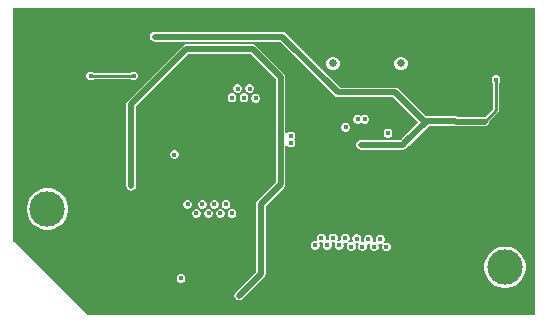
<source format=gbl>
G04*
G04 #@! TF.GenerationSoftware,Altium Limited,Altium Designer,22.11.1 (43)*
G04*
G04 Layer_Physical_Order=4*
G04 Layer_Color=5622137*
%FSLAX25Y25*%
%MOIN*%
G70*
G04*
G04 #@! TF.SameCoordinates,4307A305-ABAA-4D5A-A808-3D662B74B851*
G04*
G04*
G04 #@! TF.FilePolarity,Positive*
G04*
G01*
G75*
%ADD13C,0.01000*%
%ADD60C,0.02000*%
%ADD62C,0.11811*%
%ADD63C,0.02559*%
%ADD64C,0.01772*%
%ADD65C,0.01968*%
G36*
X174980Y1519D02*
X25922D01*
X1020Y26422D01*
Y103981D01*
X174980D01*
Y1519D01*
D02*
G37*
%LPC*%
G36*
X130828Y87764D02*
X129928D01*
X129096Y87419D01*
X128459Y86782D01*
X128114Y85950D01*
Y85050D01*
X128459Y84218D01*
X129096Y83581D01*
X129928Y83236D01*
X130828D01*
X131660Y83581D01*
X132297Y84218D01*
X132642Y85050D01*
Y85950D01*
X132297Y86782D01*
X131660Y87419D01*
X130828Y87764D01*
D02*
G37*
G36*
X108072D02*
X107172D01*
X106340Y87419D01*
X105703Y86782D01*
X105358Y85950D01*
Y85050D01*
X105703Y84218D01*
X106340Y83581D01*
X107172Y83236D01*
X108072D01*
X108904Y83581D01*
X109541Y84218D01*
X109886Y85050D01*
Y85950D01*
X109541Y86782D01*
X108904Y87419D01*
X108072Y87764D01*
D02*
G37*
G36*
X41495Y82786D02*
X40905D01*
X40358Y82560D01*
X40220Y82422D01*
X27880D01*
X27742Y82560D01*
X27196Y82786D01*
X26605D01*
X26058Y82560D01*
X25640Y82142D01*
X25414Y81596D01*
Y81004D01*
X25640Y80458D01*
X26058Y80040D01*
X26605Y79814D01*
X27196D01*
X27742Y80040D01*
X27880Y80178D01*
X40220D01*
X40358Y80040D01*
X40905Y79814D01*
X41495D01*
X42042Y80040D01*
X42460Y80458D01*
X42686Y81004D01*
Y81596D01*
X42460Y82142D01*
X42042Y82560D01*
X41495Y82786D01*
D02*
G37*
G36*
X80196Y78586D02*
X79604D01*
X79058Y78360D01*
X78640Y77942D01*
X78414Y77396D01*
Y76804D01*
X78640Y76258D01*
X79058Y75840D01*
X79604Y75614D01*
X80196D01*
X80742Y75840D01*
X81160Y76258D01*
X81386Y76804D01*
Y77396D01*
X81160Y77942D01*
X80742Y78360D01*
X80196Y78586D01*
D02*
G37*
G36*
X76196D02*
X75604D01*
X75058Y78360D01*
X74640Y77942D01*
X74414Y77396D01*
Y76804D01*
X74640Y76258D01*
X75058Y75840D01*
X75604Y75614D01*
X76196D01*
X76742Y75840D01*
X77160Y76258D01*
X77386Y76804D01*
Y77396D01*
X77160Y77942D01*
X76742Y78360D01*
X76196Y78586D01*
D02*
G37*
G36*
X78296Y75486D02*
X77704D01*
X77158Y75260D01*
X76740Y74842D01*
X76514Y74296D01*
Y73704D01*
X76740Y73158D01*
X77158Y72740D01*
X77704Y72514D01*
X78296D01*
X78842Y72740D01*
X79260Y73158D01*
X79486Y73704D01*
Y74296D01*
X79260Y74842D01*
X78842Y75260D01*
X78296Y75486D01*
D02*
G37*
G36*
X74296D02*
X73704D01*
X73158Y75260D01*
X72740Y74842D01*
X72514Y74296D01*
Y73704D01*
X72740Y73158D01*
X73158Y72740D01*
X73704Y72514D01*
X74296D01*
X74842Y72740D01*
X75260Y73158D01*
X75486Y73704D01*
Y74296D01*
X75260Y74842D01*
X74842Y75260D01*
X74296Y75486D01*
D02*
G37*
G36*
X82196Y75386D02*
X81604D01*
X81058Y75160D01*
X80640Y74742D01*
X80414Y74196D01*
Y73604D01*
X80640Y73058D01*
X81058Y72640D01*
X81604Y72414D01*
X82196D01*
X82742Y72640D01*
X83160Y73058D01*
X83386Y73604D01*
Y74196D01*
X83160Y74742D01*
X82742Y75160D01*
X82196Y75386D01*
D02*
G37*
G36*
X118531Y68386D02*
X117940D01*
X117394Y68160D01*
X117100Y67865D01*
X116806Y68160D01*
X116260Y68386D01*
X115669D01*
X115122Y68160D01*
X114705Y67742D01*
X114478Y67196D01*
Y66604D01*
X114705Y66058D01*
X115122Y65640D01*
X115669Y65414D01*
X116260D01*
X116806Y65640D01*
X117100Y65935D01*
X117394Y65640D01*
X117940Y65414D01*
X118531D01*
X119078Y65640D01*
X119495Y66058D01*
X119722Y66604D01*
Y67196D01*
X119495Y67742D01*
X119078Y68160D01*
X118531Y68386D01*
D02*
G37*
G36*
X90800Y96031D02*
X48200D01*
X47576Y95907D01*
X47047Y95553D01*
X46693Y95024D01*
X46569Y94400D01*
X46693Y93776D01*
X47047Y93247D01*
X47576Y92893D01*
X48200Y92769D01*
X90124D01*
X108247Y74647D01*
X108776Y74293D01*
X109400Y74169D01*
X127824D01*
X136135Y65858D01*
X130659Y60383D01*
X130659Y60383D01*
X130308Y60031D01*
X117000D01*
X116376Y59907D01*
X115847Y59553D01*
X115493Y59024D01*
X115369Y58400D01*
X115493Y57776D01*
X115847Y57247D01*
X116376Y56893D01*
X117000Y56769D01*
X130983D01*
X131608Y56893D01*
X132137Y57247D01*
X132966Y58076D01*
X132966Y58076D01*
X139559Y64669D01*
X147904D01*
X148017Y64593D01*
X148642Y64469D01*
X158200D01*
X158824Y64593D01*
X159353Y64947D01*
X159707Y65476D01*
X159831Y66100D01*
X159824Y66138D01*
X162793Y69107D01*
X162793Y69107D01*
X163036Y69471D01*
X163122Y69900D01*
X163122Y69900D01*
Y79094D01*
X163260Y79232D01*
X163486Y79778D01*
Y80369D01*
X163260Y80915D01*
X162842Y81333D01*
X162296Y81559D01*
X161704D01*
X161158Y81333D01*
X160740Y80915D01*
X160514Y80369D01*
Y79778D01*
X160740Y79232D01*
X160878Y79094D01*
Y70365D01*
X158238Y67724D01*
X158200Y67731D01*
X149179D01*
X149066Y67807D01*
X148442Y67931D01*
X138676D01*
X129654Y76954D01*
X129124Y77307D01*
X128500Y77431D01*
X110076D01*
X91953Y95553D01*
X91424Y95907D01*
X90800Y96031D01*
D02*
G37*
G36*
X112196Y65686D02*
X111604D01*
X111058Y65460D01*
X110640Y65042D01*
X110414Y64496D01*
Y63904D01*
X110640Y63358D01*
X111058Y62940D01*
X111604Y62714D01*
X112196D01*
X112742Y62940D01*
X113160Y63358D01*
X113386Y63904D01*
Y64496D01*
X113160Y65042D01*
X112742Y65460D01*
X112196Y65686D01*
D02*
G37*
G36*
X126296Y63686D02*
X125704D01*
X125158Y63460D01*
X124740Y63042D01*
X124514Y62496D01*
Y61904D01*
X124740Y61358D01*
X125158Y60940D01*
X125704Y60714D01*
X126296D01*
X126842Y60940D01*
X127260Y61358D01*
X127486Y61904D01*
Y62496D01*
X127260Y63042D01*
X126842Y63460D01*
X126296Y63686D01*
D02*
G37*
G36*
X80900Y91831D02*
X58700D01*
X58076Y91707D01*
X57547Y91353D01*
X41647Y75454D01*
X39246Y73053D01*
X38893Y72524D01*
X38769Y71900D01*
Y44700D01*
X38893Y44076D01*
X39246Y43547D01*
X39776Y43193D01*
X40400Y43069D01*
X41024Y43193D01*
X41554Y43547D01*
X41907Y44076D01*
X42031Y44700D01*
Y71224D01*
X43953Y73146D01*
X59376Y88569D01*
X80224D01*
X88569Y80224D01*
Y45849D01*
X82580Y39861D01*
X82543Y39805D01*
X82487Y39768D01*
X82134Y39239D01*
X82010Y38614D01*
Y16017D01*
X75247Y9253D01*
X74893Y8724D01*
X74769Y8100D01*
X74893Y7476D01*
X75247Y6946D01*
X75776Y6593D01*
X76400Y6469D01*
X77024Y6593D01*
X77553Y6946D01*
X84794Y14187D01*
X85148Y14717D01*
X85272Y15341D01*
X85272Y15341D01*
Y37938D01*
X91353Y44020D01*
X91707Y44549D01*
X91831Y45173D01*
Y58109D01*
X92331Y58209D01*
X92340Y58187D01*
X92758Y57769D01*
X93304Y57543D01*
X93896D01*
X94442Y57769D01*
X94860Y58187D01*
X95086Y58733D01*
Y59324D01*
X94860Y59870D01*
X94565Y60164D01*
X94860Y60458D01*
X95086Y61004D01*
Y61596D01*
X94860Y62142D01*
X94442Y62560D01*
X93896Y62786D01*
X93304D01*
X92758Y62560D01*
X92340Y62142D01*
X92331Y62120D01*
X91831Y62219D01*
Y80900D01*
X91707Y81524D01*
X91353Y82054D01*
X82054Y91353D01*
X81524Y91707D01*
X80900Y91831D01*
D02*
G37*
G36*
X55096Y56586D02*
X54504D01*
X53958Y56360D01*
X53540Y55942D01*
X53314Y55396D01*
Y54804D01*
X53540Y54258D01*
X53958Y53840D01*
X54504Y53614D01*
X55096D01*
X55642Y53840D01*
X56060Y54258D01*
X56286Y54804D01*
Y55396D01*
X56060Y55942D01*
X55642Y56360D01*
X55096Y56586D01*
D02*
G37*
G36*
X72296Y39986D02*
X71704D01*
X71158Y39760D01*
X70740Y39342D01*
X70514Y38796D01*
Y38205D01*
X70740Y37658D01*
X71158Y37240D01*
X71704Y37014D01*
X72296D01*
X72842Y37240D01*
X73260Y37658D01*
X73486Y38205D01*
Y38796D01*
X73260Y39342D01*
X72842Y39760D01*
X72296Y39986D01*
D02*
G37*
G36*
X68396D02*
X67804D01*
X67258Y39760D01*
X66840Y39342D01*
X66614Y38796D01*
Y38205D01*
X66840Y37658D01*
X67258Y37240D01*
X67804Y37014D01*
X68396D01*
X68942Y37240D01*
X69360Y37658D01*
X69586Y38205D01*
Y38796D01*
X69360Y39342D01*
X68942Y39760D01*
X68396Y39986D01*
D02*
G37*
G36*
X64396D02*
X63804D01*
X63258Y39760D01*
X62840Y39342D01*
X62614Y38796D01*
Y38205D01*
X62840Y37658D01*
X63258Y37240D01*
X63804Y37014D01*
X64396D01*
X64942Y37240D01*
X65360Y37658D01*
X65586Y38205D01*
Y38796D01*
X65360Y39342D01*
X64942Y39760D01*
X64396Y39986D01*
D02*
G37*
G36*
X59496D02*
X58904D01*
X58358Y39760D01*
X57940Y39342D01*
X57714Y38796D01*
Y38205D01*
X57940Y37658D01*
X58358Y37240D01*
X58904Y37014D01*
X59496D01*
X60042Y37240D01*
X60460Y37658D01*
X60686Y38205D01*
Y38796D01*
X60460Y39342D01*
X60042Y39760D01*
X59496Y39986D01*
D02*
G37*
G36*
X74296Y36986D02*
X73704D01*
X73158Y36760D01*
X72740Y36342D01*
X72514Y35796D01*
Y35204D01*
X72740Y34658D01*
X73158Y34240D01*
X73704Y34014D01*
X74296D01*
X74842Y34240D01*
X75260Y34658D01*
X75486Y35204D01*
Y35796D01*
X75260Y36342D01*
X74842Y36760D01*
X74296Y36986D01*
D02*
G37*
G36*
X70396D02*
X69804D01*
X69258Y36760D01*
X68840Y36342D01*
X68614Y35796D01*
Y35204D01*
X68840Y34658D01*
X69258Y34240D01*
X69804Y34014D01*
X70396D01*
X70942Y34240D01*
X71360Y34658D01*
X71586Y35204D01*
Y35796D01*
X71360Y36342D01*
X70942Y36760D01*
X70396Y36986D01*
D02*
G37*
G36*
X66496D02*
X65904D01*
X65358Y36760D01*
X64940Y36342D01*
X64714Y35796D01*
Y35204D01*
X64940Y34658D01*
X65358Y34240D01*
X65904Y34014D01*
X66496D01*
X67042Y34240D01*
X67460Y34658D01*
X67686Y35204D01*
Y35796D01*
X67460Y36342D01*
X67042Y36760D01*
X66496Y36986D01*
D02*
G37*
G36*
X62396D02*
X61804D01*
X61258Y36760D01*
X60840Y36342D01*
X60614Y35796D01*
Y35204D01*
X60840Y34658D01*
X61258Y34240D01*
X61804Y34014D01*
X62396D01*
X62942Y34240D01*
X63360Y34658D01*
X63586Y35204D01*
Y35796D01*
X63360Y36342D01*
X62942Y36760D01*
X62396Y36986D01*
D02*
G37*
G36*
X13179Y43890D02*
X11821D01*
X10490Y43625D01*
X9236Y43106D01*
X8108Y42352D01*
X7148Y41392D01*
X6394Y40264D01*
X5875Y39010D01*
X5610Y37679D01*
Y36321D01*
X5875Y34990D01*
X6394Y33737D01*
X7148Y32608D01*
X8108Y31648D01*
X9236Y30894D01*
X10490Y30375D01*
X11821Y30110D01*
X13179D01*
X14510Y30375D01*
X15764Y30894D01*
X16892Y31648D01*
X17852Y32608D01*
X18606Y33737D01*
X19125Y34990D01*
X19390Y36321D01*
Y37679D01*
X19125Y39010D01*
X18606Y40264D01*
X17852Y41392D01*
X16892Y42352D01*
X15764Y43106D01*
X14510Y43625D01*
X13179Y43890D01*
D02*
G37*
G36*
X107996Y28786D02*
X107404D01*
X106858Y28560D01*
X106440Y28142D01*
X106214Y27595D01*
Y27005D01*
X106267Y26877D01*
X105966Y26480D01*
X105522Y26495D01*
X105244Y26904D01*
X105286Y27005D01*
Y27595D01*
X105060Y28142D01*
X104642Y28560D01*
X104096Y28786D01*
X103504D01*
X102958Y28560D01*
X102540Y28142D01*
X102314Y27595D01*
Y27005D01*
X102419Y26752D01*
X102036Y26369D01*
X101996Y26386D01*
X101404D01*
X100858Y26160D01*
X100440Y25742D01*
X100214Y25196D01*
Y24604D01*
X100440Y24058D01*
X100858Y23640D01*
X101404Y23414D01*
X101996D01*
X102542Y23640D01*
X102960Y24058D01*
X103186Y24604D01*
Y25196D01*
X103081Y25448D01*
X103442Y25809D01*
X103948Y25793D01*
X104231Y25474D01*
X104279Y25352D01*
X104214Y25196D01*
Y24604D01*
X104440Y24058D01*
X104858Y23640D01*
X105404Y23414D01*
X105996D01*
X106542Y23640D01*
X106960Y24058D01*
X107186Y24604D01*
Y25196D01*
X107102Y25398D01*
X107261Y25617D01*
X107471Y25814D01*
X107995D01*
X108348Y25419D01*
X108214Y25096D01*
Y24504D01*
X108440Y23958D01*
X108858Y23540D01*
X109404Y23314D01*
X109996D01*
X110542Y23540D01*
X110960Y23958D01*
X111186Y24504D01*
Y25096D01*
X111102Y25298D01*
X111261Y25517D01*
X111471Y25714D01*
X111996D01*
X112342Y25858D01*
X112626Y25434D01*
X112433Y25242D01*
X112207Y24696D01*
Y24104D01*
X112433Y23558D01*
X112851Y23140D01*
X113397Y22914D01*
X113988D01*
X114535Y23140D01*
X114953Y23558D01*
X115179Y24104D01*
Y24696D01*
X114964Y25214D01*
X115012Y25313D01*
X115275Y25626D01*
X115304Y25614D01*
X115896D01*
X115913Y25621D01*
X116174Y25319D01*
X116227Y25210D01*
X116014Y24696D01*
Y24104D01*
X116240Y23558D01*
X116658Y23140D01*
X117204Y22914D01*
X117796D01*
X118342Y23140D01*
X118760Y23558D01*
X118986Y24104D01*
Y24696D01*
X118852Y25019D01*
X119185Y25392D01*
X119688Y25398D01*
X119946Y25128D01*
X120029Y24970D01*
X119916Y24696D01*
Y24104D01*
X120142Y23558D01*
X120560Y23140D01*
X121106Y22914D01*
X121697D01*
X122243Y23140D01*
X122661Y23558D01*
X122887Y24104D01*
Y24696D01*
X122754Y25018D01*
X123105Y25414D01*
X123696D01*
X123886Y25493D01*
X124129Y25251D01*
X124219Y25090D01*
X124014Y24596D01*
Y24004D01*
X124240Y23458D01*
X124658Y23040D01*
X125204Y22814D01*
X125796D01*
X126342Y23040D01*
X126760Y23458D01*
X126986Y24004D01*
Y24596D01*
X126760Y25142D01*
X126342Y25560D01*
X125796Y25786D01*
X125204D01*
X125014Y25707D01*
X124770Y25949D01*
X124681Y26110D01*
X124886Y26605D01*
Y27196D01*
X124660Y27742D01*
X124242Y28160D01*
X123696Y28386D01*
X123104D01*
X122558Y28160D01*
X122140Y27742D01*
X121914Y27196D01*
Y26605D01*
X122048Y26282D01*
X121716Y25908D01*
X121214Y25902D01*
X120956Y26172D01*
X120872Y26330D01*
X120986Y26605D01*
Y27196D01*
X120760Y27742D01*
X120342Y28160D01*
X119796Y28386D01*
X119204D01*
X118658Y28160D01*
X118240Y27742D01*
X118014Y27196D01*
Y26605D01*
X118148Y26281D01*
X117796Y25886D01*
X117204D01*
X117187Y25879D01*
X116926Y26181D01*
X116873Y26289D01*
X117086Y26805D01*
Y27395D01*
X116860Y27942D01*
X116442Y28360D01*
X115896Y28586D01*
X115304D01*
X114758Y28360D01*
X114340Y27942D01*
X114114Y27395D01*
Y26805D01*
X114329Y26286D01*
X114281Y26188D01*
X114018Y25874D01*
X113988Y25886D01*
X113397D01*
X113050Y25742D01*
X112767Y26166D01*
X112960Y26358D01*
X113186Y26904D01*
Y27496D01*
X112960Y28042D01*
X112542Y28460D01*
X111996Y28686D01*
X111404D01*
X110858Y28460D01*
X110440Y28042D01*
X110214Y27496D01*
Y26904D01*
X110298Y26702D01*
X110139Y26483D01*
X109929Y26286D01*
X109405D01*
X109052Y26681D01*
X109186Y27005D01*
Y27595D01*
X108960Y28142D01*
X108542Y28560D01*
X107996Y28786D01*
D02*
G37*
G36*
X57296Y15286D02*
X56704D01*
X56158Y15060D01*
X55740Y14642D01*
X55514Y14096D01*
Y13504D01*
X55740Y12958D01*
X56158Y12540D01*
X56704Y12314D01*
X57296D01*
X57842Y12540D01*
X58260Y12958D01*
X58486Y13504D01*
Y14096D01*
X58260Y14642D01*
X57842Y15060D01*
X57296Y15286D01*
D02*
G37*
G36*
X165679Y24390D02*
X164321D01*
X162990Y24125D01*
X161737Y23606D01*
X160608Y22852D01*
X159648Y21892D01*
X158894Y20764D01*
X158375Y19510D01*
X158110Y18179D01*
Y16821D01*
X158375Y15490D01*
X158894Y14236D01*
X159648Y13108D01*
X160608Y12148D01*
X161737Y11394D01*
X162990Y10875D01*
X164321Y10610D01*
X165679D01*
X167010Y10875D01*
X168263Y11394D01*
X169392Y12148D01*
X170352Y13108D01*
X171106Y14236D01*
X171625Y15490D01*
X171890Y16821D01*
Y18179D01*
X171625Y19510D01*
X171106Y20764D01*
X170352Y21892D01*
X169392Y22852D01*
X168263Y23606D01*
X167010Y24125D01*
X165679Y24390D01*
D02*
G37*
%LPD*%
D13*
X162000Y69900D02*
Y80074D01*
X158200Y66100D02*
X162000Y69900D01*
X26900Y81300D02*
X41200D01*
D60*
X90200Y45173D02*
Y80900D01*
X80900Y90200D02*
X90200Y80900D01*
X58700Y90200D02*
X80900D01*
X42800Y74300D02*
X58700Y90200D01*
X40400Y71900D02*
X42800Y74300D01*
X83734Y38707D02*
X90200Y45173D01*
X148442Y66300D02*
X148642Y66100D01*
X158200D01*
X138883Y66300D02*
X148442D01*
X83641Y15341D02*
Y38614D01*
X48200Y94400D02*
X90800D01*
X109400Y75800D01*
X128500D01*
X76400Y8100D02*
X83641Y15341D01*
X138000Y66300D02*
X138883D01*
X40400Y44700D02*
Y71900D01*
X117000Y58400D02*
X130983D01*
X131813Y59229D01*
Y59229D02*
X138883Y66300D01*
X128500Y75800D02*
X138000Y66300D01*
D62*
X12500Y37000D02*
D03*
X165000Y17500D02*
D03*
D63*
X107622Y85500D02*
D03*
X130378D02*
D03*
D64*
X88400Y82700D02*
D03*
X158200Y66100D02*
D03*
X80900Y90200D02*
D03*
X126100Y71100D02*
D03*
X99800Y57200D02*
D03*
X48200Y94400D02*
D03*
X40400Y44700D02*
D03*
X126000Y62200D02*
D03*
X117000Y58400D02*
D03*
X118236Y66900D02*
D03*
X131813Y59229D02*
D03*
X90200Y67100D02*
D03*
X93600Y59028D02*
D03*
Y61300D02*
D03*
X123400Y26900D02*
D03*
X83827Y38614D02*
D03*
X111700Y27200D02*
D03*
X113693Y24400D02*
D03*
X62100Y35500D02*
D03*
X41200Y81300D02*
D03*
X26900D02*
D03*
X109400Y75800D02*
D03*
X162000Y80074D02*
D03*
X111900Y64200D02*
D03*
X117100Y73300D02*
D03*
X128500Y75800D02*
D03*
X42800Y74300D02*
D03*
X76400Y8100D02*
D03*
X107700Y27300D02*
D03*
X105700Y24900D02*
D03*
X66200Y35500D02*
D03*
X103800Y27300D02*
D03*
X74000Y35500D02*
D03*
X70100D02*
D03*
X72000Y38500D02*
D03*
X68100D02*
D03*
X101700Y24900D02*
D03*
X57000Y13800D02*
D03*
X54800Y55100D02*
D03*
X74000Y74000D02*
D03*
X78000D02*
D03*
X81900Y73900D02*
D03*
X79900Y77100D02*
D03*
X75900D02*
D03*
X117500Y24400D02*
D03*
X115600Y27100D02*
D03*
X64100Y38500D02*
D03*
X59200D02*
D03*
X109700Y24800D02*
D03*
X119500Y26900D02*
D03*
X121402Y24400D02*
D03*
X125500Y24300D02*
D03*
X115964Y66900D02*
D03*
D65*
X81661Y47539D02*
D03*
X77331D02*
D03*
X73000D02*
D03*
X68669D02*
D03*
X64339D02*
D03*
X81661Y51869D02*
D03*
X77331D02*
D03*
X73000D02*
D03*
X68669D02*
D03*
X64339D02*
D03*
X81661Y56200D02*
D03*
X77331D02*
D03*
X73000D02*
D03*
X68669D02*
D03*
X64339D02*
D03*
X81661Y60531D02*
D03*
X77331D02*
D03*
X73000D02*
D03*
X68669D02*
D03*
X64339D02*
D03*
X81661Y64861D02*
D03*
X77331D02*
D03*
X73000D02*
D03*
X68669D02*
D03*
X64339D02*
D03*
M02*

</source>
